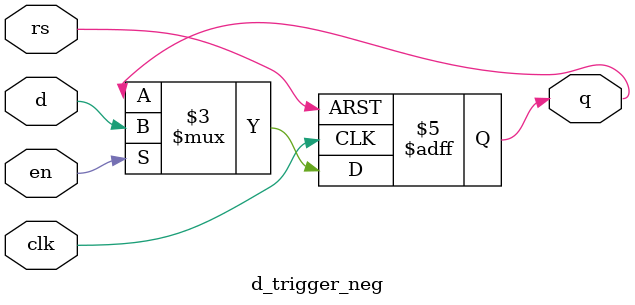
<source format=v>
`timescale 1ns / 1ps

module d_trigger
#(parameter WIDTH = 1)
(
    input clk,
    input en,
    input rs,
    input [WIDTH-1:0] d,
    output reg [WIDTH-1:0] q
    );
 
always @(posedge clk or posedge rs)
    if (rs)
        q <= 0;
    else if(en)
        q <= d;
    else
        q <= q;            
    
endmodule

module d_trigger_neg
#(parameter WIDTH = 1)
(
    input clk,
    input en,
    input rs,
    input [WIDTH-1:0] d,
    output reg [WIDTH-1:0] q
    );
 
always @(negedge clk or posedge rs)
    if (rs)
        q <= 0;
    else if(en)
        q <= d;
    else
        q <= q;            
    
endmodule
</source>
